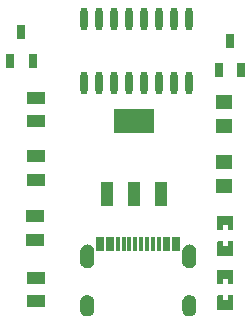
<source format=gtp>
G04 Layer: TopPasteMaskLayer*
G04 EasyEDA v6.5.15, 2022-09-30 09:11:36*
G04 c4fc160ae67e4dbf9a9ecab7d7680e70,7db2125e4611476bb2993bf99425ef50,10*
G04 Gerber Generator version 0.2*
G04 Scale: 100 percent, Rotated: No, Reflected: No *
G04 Dimensions in millimeters *
G04 leading zeros omitted , absolute positions ,4 integer and 5 decimal *
%FSLAX45Y45*%
%MOMM*%

%ADD10R,1.5500X1.0000*%
%ADD11R,0.7000X1.2500*%
%ADD12R,1.4500X1.1600*%
%ADD13O,0.6020054X1.9709892*%
%ADD14R,1.0922X2.1590*%
%ADD15R,3.5052X2.1590*%
%ADD16R,0.3000X1.3000*%

%LPD*%
G36*
X9435592Y10876127D02*
G01*
X9430613Y10871098D01*
X9430613Y10756087D01*
X9435592Y10751108D01*
X9477603Y10751616D01*
X9477603Y10795609D01*
X9522612Y10795609D01*
X9522612Y10750600D01*
X9563608Y10751108D01*
X9568586Y10756087D01*
X9568586Y10871098D01*
X9563608Y10876127D01*
G37*
G36*
X9435592Y10661091D02*
G01*
X9430613Y10656112D01*
X9430613Y10541101D01*
X9435592Y10536123D01*
X9563608Y10536123D01*
X9568586Y10541101D01*
X9568586Y10656112D01*
X9563608Y10661091D01*
X9522612Y10660583D01*
X9522612Y10616590D01*
X9477603Y10616590D01*
X9477603Y10661091D01*
G37*
G36*
X9435592Y10418927D02*
G01*
X9430613Y10413898D01*
X9430613Y10298887D01*
X9435592Y10293908D01*
X9477603Y10294416D01*
X9477603Y10338409D01*
X9522612Y10338409D01*
X9522612Y10293400D01*
X9563608Y10293908D01*
X9568586Y10298887D01*
X9568586Y10413898D01*
X9563608Y10418927D01*
G37*
G36*
X9435592Y10203891D02*
G01*
X9430613Y10198912D01*
X9430613Y10083901D01*
X9435592Y10078923D01*
X9563608Y10078923D01*
X9568586Y10083901D01*
X9568586Y10198912D01*
X9563608Y10203891D01*
X9522612Y10203383D01*
X9522612Y10159390D01*
X9477603Y10159390D01*
X9477603Y10203891D01*
G37*
G36*
X8329726Y10631373D02*
G01*
X8322665Y10630916D01*
X8319160Y10630408D01*
X8312302Y10628731D01*
X8305698Y10626191D01*
X8302498Y10624667D01*
X8296452Y10621010D01*
X8290864Y10616641D01*
X8285886Y10611612D01*
X8283600Y10608919D01*
X8279587Y10603077D01*
X8276285Y10596829D01*
X8273796Y10590174D01*
X8272830Y10586770D01*
X8271560Y10579811D01*
X8271154Y10572750D01*
X8271154Y10485831D01*
X8272018Y10478922D01*
X8272729Y10475518D01*
X8274812Y10468864D01*
X8277707Y10462514D01*
X8281263Y10456570D01*
X8285581Y10451084D01*
X8290509Y10446156D01*
X8295995Y10441838D01*
X8301990Y10438231D01*
X8308340Y10435386D01*
X8311591Y10434218D01*
X8318398Y10432592D01*
X8325307Y10431729D01*
X8331352Y10431627D01*
X8338566Y10432034D01*
X8345627Y10433354D01*
X8352485Y10435488D01*
X8359038Y10438434D01*
X8365185Y10442143D01*
X8370824Y10446613D01*
X8373465Y10449052D01*
X8378240Y10454436D01*
X8382304Y10460329D01*
X8385657Y10466730D01*
X8388197Y10473436D01*
X8389924Y10480395D01*
X8390483Y10483951D01*
X8390890Y10491114D01*
X8390890Y10577169D01*
X8390026Y10584078D01*
X8389315Y10587482D01*
X8387232Y10594136D01*
X8384387Y10600486D01*
X8380780Y10606430D01*
X8376462Y10611916D01*
X8371535Y10616844D01*
X8366048Y10621162D01*
X8360105Y10624769D01*
X8353755Y10627614D01*
X8347100Y10629696D01*
X8340242Y10630966D01*
X8333282Y10631373D01*
G37*
G36*
X9193733Y10631373D02*
G01*
X9186672Y10630916D01*
X9183166Y10630408D01*
X9176308Y10628731D01*
X9169704Y10626191D01*
X9166504Y10624667D01*
X9160459Y10621010D01*
X9154871Y10616641D01*
X9149892Y10611612D01*
X9147606Y10608919D01*
X9143593Y10603077D01*
X9140291Y10596829D01*
X9137802Y10590174D01*
X9136837Y10586770D01*
X9135567Y10579811D01*
X9135160Y10572750D01*
X9135160Y10485831D01*
X9136024Y10478922D01*
X9136735Y10475518D01*
X9138818Y10468864D01*
X9141714Y10462514D01*
X9145270Y10456570D01*
X9149588Y10451084D01*
X9154515Y10446156D01*
X9160002Y10441838D01*
X9165996Y10438231D01*
X9172346Y10435386D01*
X9175597Y10434218D01*
X9182404Y10432592D01*
X9189313Y10431729D01*
X9195409Y10431627D01*
X9202572Y10432034D01*
X9209633Y10433354D01*
X9216491Y10435488D01*
X9223044Y10438434D01*
X9229191Y10442143D01*
X9234830Y10446613D01*
X9237472Y10449052D01*
X9242247Y10454436D01*
X9246311Y10460329D01*
X9249664Y10466730D01*
X9252204Y10473436D01*
X9253931Y10480395D01*
X9254490Y10483951D01*
X9254896Y10491114D01*
X9254896Y10577169D01*
X9254032Y10584078D01*
X9253321Y10587482D01*
X9251238Y10594136D01*
X9248394Y10600486D01*
X9244787Y10606430D01*
X9240469Y10611916D01*
X9235541Y10616844D01*
X9230055Y10621162D01*
X9224111Y10624769D01*
X9217761Y10627614D01*
X9211106Y10629696D01*
X9204248Y10630966D01*
X9197289Y10631373D01*
G37*
G36*
X8330031Y10203281D02*
G01*
X8322970Y10202824D01*
X8319414Y10202316D01*
X8312505Y10200589D01*
X8305850Y10198049D01*
X8302650Y10196525D01*
X8296605Y10192816D01*
X8290966Y10188448D01*
X8285937Y10183418D01*
X8281568Y10177830D01*
X8277910Y10171734D01*
X8274964Y10165232D01*
X8272830Y10158425D01*
X8271560Y10151465D01*
X8271154Y10144353D01*
X8271459Y10075824D01*
X8272322Y10068915D01*
X8273084Y10065512D01*
X8275269Y10058857D01*
X8278215Y10052507D01*
X8281974Y10046614D01*
X8286445Y10041229D01*
X8291525Y10036454D01*
X8297164Y10032339D01*
X8303310Y10028986D01*
X8309762Y10026446D01*
X8316569Y10024668D01*
X8323478Y10023805D01*
X8331708Y10023703D01*
X8338820Y10024110D01*
X8345881Y10025430D01*
X8352688Y10027564D01*
X8359190Y10030510D01*
X8365337Y10034168D01*
X8370976Y10038588D01*
X8376005Y10043668D01*
X8380425Y10049256D01*
X8384133Y10055402D01*
X8387080Y10061905D01*
X8388248Y10065308D01*
X8389924Y10072217D01*
X8390788Y10079329D01*
X8391042Y10134142D01*
X8390940Y10149230D01*
X8390128Y10156088D01*
X8388451Y10162844D01*
X8387334Y10166146D01*
X8384438Y10172496D01*
X8380882Y10178440D01*
X8376564Y10183876D01*
X8371687Y10188803D01*
X8366201Y10193070D01*
X8360257Y10196677D01*
X8353907Y10199522D01*
X8347303Y10201605D01*
X8340445Y10202824D01*
X8333536Y10203281D01*
G37*
G36*
X9194038Y10203281D02*
G01*
X9186976Y10202824D01*
X9183420Y10202316D01*
X9176512Y10200589D01*
X9169857Y10198049D01*
X9166656Y10196525D01*
X9160611Y10192816D01*
X9154972Y10188448D01*
X9149943Y10183418D01*
X9145574Y10177830D01*
X9141917Y10171734D01*
X9138970Y10165232D01*
X9136837Y10158425D01*
X9135567Y10151465D01*
X9135160Y10144353D01*
X9135465Y10075824D01*
X9136329Y10068915D01*
X9137091Y10065512D01*
X9139275Y10058857D01*
X9142222Y10052507D01*
X9145981Y10046614D01*
X9150451Y10041229D01*
X9155531Y10036454D01*
X9161170Y10032339D01*
X9167317Y10028986D01*
X9173768Y10026446D01*
X9180576Y10024668D01*
X9187484Y10023805D01*
X9195714Y10023703D01*
X9202826Y10024110D01*
X9209887Y10025430D01*
X9216694Y10027564D01*
X9223197Y10030510D01*
X9229344Y10034168D01*
X9234982Y10038588D01*
X9240012Y10043668D01*
X9244431Y10049256D01*
X9248140Y10055402D01*
X9251086Y10061905D01*
X9252254Y10065308D01*
X9253931Y10072217D01*
X9254794Y10079329D01*
X9255048Y10134142D01*
X9254947Y10149230D01*
X9254134Y10156088D01*
X9252458Y10162844D01*
X9251340Y10166146D01*
X9248444Y10172496D01*
X9244888Y10178440D01*
X9240570Y10183876D01*
X9235694Y10188803D01*
X9230207Y10193070D01*
X9224264Y10196677D01*
X9217914Y10199522D01*
X9211310Y10201605D01*
X9204452Y10202824D01*
X9197543Y10203281D01*
G37*
D10*
G01*
X7899400Y11872899D03*
G01*
X7899400Y11672900D03*
G01*
X7899400Y11377599D03*
G01*
X7899400Y11177600D03*
G01*
X7886700Y10869599D03*
G01*
X7886700Y10669600D03*
G01*
X7899400Y10348899D03*
G01*
X7899400Y10148900D03*
D11*
G01*
X7772400Y12431268D03*
G01*
X7867395Y12181331D03*
G01*
X7677404Y12181331D03*
G01*
X9537700Y12355068D03*
G01*
X9632695Y12105131D03*
G01*
X9442704Y12105131D03*
D12*
G01*
X9486900Y11836400D03*
G01*
X9486900Y11633200D03*
G01*
X9486900Y11328400D03*
G01*
X9486900Y11125200D03*
D13*
G01*
X8305800Y11994642D03*
G01*
X8432800Y11994642D03*
G01*
X8559800Y11994642D03*
G01*
X8686800Y11994642D03*
G01*
X8813800Y11994642D03*
G01*
X8940800Y11994642D03*
G01*
X9067800Y11994642D03*
G01*
X9194800Y11994642D03*
G01*
X8305800Y12541758D03*
G01*
X8432800Y12541758D03*
G01*
X8559800Y12541758D03*
G01*
X8686800Y12541758D03*
G01*
X8813800Y12541758D03*
G01*
X8940800Y12541758D03*
G01*
X9067800Y12541758D03*
G01*
X9194800Y12541758D03*
D14*
G01*
X8495029Y11056620D03*
G01*
X8726170Y11056620D03*
G01*
X8954770Y11056620D03*
D15*
G01*
X8726170Y11676379D03*
D16*
G01*
X8422995Y10638332D03*
G01*
X8457996Y10638332D03*
G01*
X8506993Y10638332D03*
G01*
X8538997Y10638332D03*
G01*
X8987002Y10638332D03*
G01*
X9017990Y10638332D03*
G01*
X9068003Y10638332D03*
G01*
X9098000Y10638332D03*
G01*
X8587993Y10638332D03*
G01*
X8638006Y10638332D03*
G01*
X8687993Y10638332D03*
G01*
X8738006Y10638332D03*
G01*
X8787993Y10638332D03*
G01*
X8838006Y10638332D03*
G01*
X8887968Y10638332D03*
G01*
X8938006Y10638332D03*
M02*

</source>
